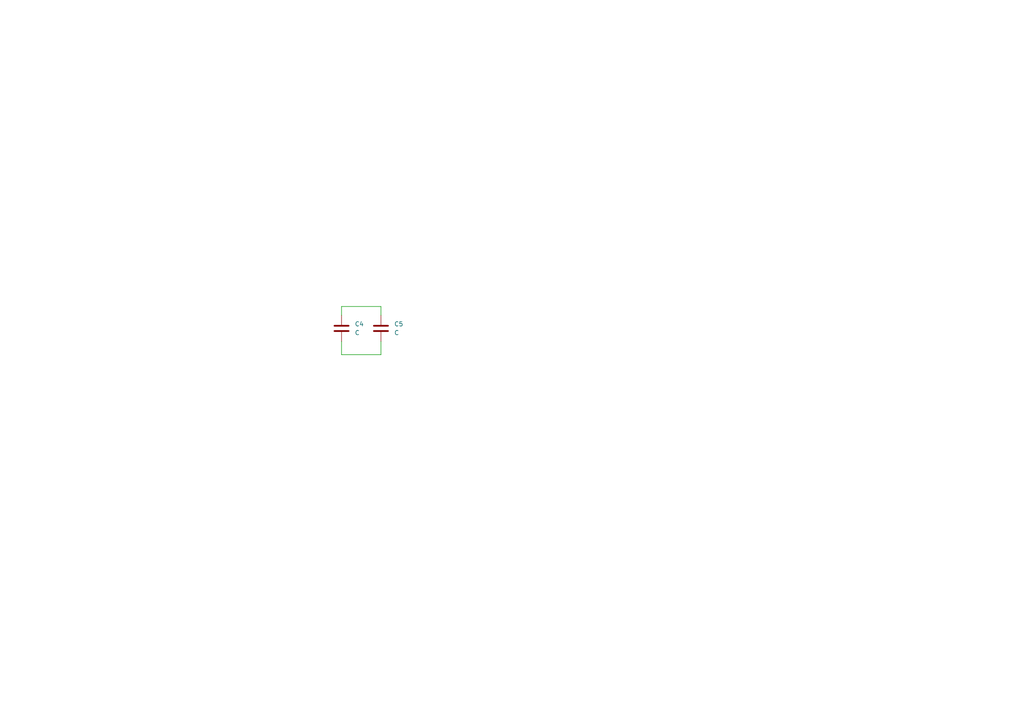
<source format=kicad_sch>
(kicad_sch (version 20211123) (generator eeschema)
  (paper "A4")
  (lib_symbols
    (symbol "Device:C" (pin_numbers hide) (pin_names (offset 0.254))
      (property "Reference" "C" (at 0.635 2.54 0))
      (property "Value" "C" (at 0.635 -2.54 0))
      (symbol "C_0_1"
        (polyline (pts (xy -2.032 -0.762) (xy 2.032 -0.762)) (stroke (width 0.508)))
        (polyline (pts (xy -2.032 0.762) (xy 2.032 0.762)) (stroke (width 0.508)))
      )
      (symbol "C_1_1"
        (pin passive line (at 0 3.81 270) (length 2.794) (name "~") (number "1"))
        (pin passive line (at 0 -3.81 90) (length 2.794) (name "~") (number "2"))
      )
    )
  )
  (wire (pts (xy 99.06 88.9) (xy 110.49 88.9)))
  (wire (pts (xy 110.49 88.9) (xy 110.49 91.44)))
  (wire (pts (xy 110.49 99.06) (xy 110.49 102.87)))
  (wire (pts (xy 110.49 102.87) (xy 99.06 102.87)))
  (wire (pts (xy 99.06 91.44) (xy 99.06 88.9)))
  (wire (pts (xy 99.06 102.87) (xy 99.06 99.06)))
  (symbol (lib_id "Device:C") (at 99.06 95.25 0) (unit 1)
    (property "Reference" "C4" (at 102.87 93.9799 0) (effects (justify left)))
    (property "Value" "C" (at 102.87 96.5199 0) (effects (justify left)))
    (property "Footprint" "Capacitor_SMD:C_0603_1608Metric" (effects hide))
  )
  (symbol (lib_id "Device:C") (at 110.49 95.25 0) (unit 1)
    (property "Reference" "C5" (at 114.3 93.9799 0) (effects (justify left)))
    (property "Value" "C" (at 114.3 96.5199 0) (effects (justify left)))
    (property "Footprint" "Capacitor_SMD:C_0603_1608Metric" (effects hide))
  )
)
</source>
